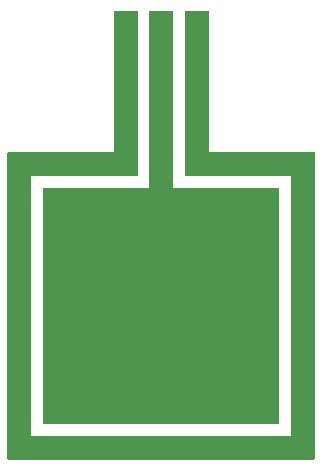
<source format=gtl>
%TF.GenerationSoftware,KiCad,Pcbnew,8.0.4*%
%TF.CreationDate,2024-08-22T19:39:17+02:00*%
%TF.ProjectId,GoldElectrode,476f6c64-456c-4656-9374-726f64652e6b,rev?*%
%TF.SameCoordinates,Original*%
%TF.FileFunction,Copper,L1,Top*%
%TF.FilePolarity,Positive*%
%FSLAX46Y46*%
G04 Gerber Fmt 4.6, Leading zero omitted, Abs format (unit mm)*
G04 Created by KiCad (PCBNEW 8.0.4) date 2024-08-22 19:39:17*
%MOMM*%
%LPD*%
G01*
G04 APERTURE LIST*
%TA.AperFunction,SMDPad,CuDef*%
%ADD10R,2.000000X5.000000*%
%TD*%
%TA.AperFunction,SMDPad,CuDef*%
%ADD11R,20.000000X20.000000*%
%TD*%
%TA.AperFunction,SMDPad,CuDef*%
%ADD12R,2.000000X26.000000*%
%TD*%
%TA.AperFunction,SMDPad,CuDef*%
%ADD13R,11.000000X2.000000*%
%TD*%
%TA.AperFunction,SMDPad,CuDef*%
%ADD14R,26.000000X2.000000*%
%TD*%
%TA.AperFunction,Conductor*%
%ADD15C,2.000000*%
%TD*%
G04 APERTURE END LIST*
D10*
%TO.P,J4,1,Pin_1*%
%TO.N,/Pad*%
X109000000Y-53500000D03*
%TO.P,J4,2,Pin_2*%
%TO.N,/Fringe Shield*%
X106000000Y-53500000D03*
X112000000Y-53500000D03*
%TD*%
D11*
%TO.P,J3,1,Pin_1*%
%TO.N,/Pad*%
X109000000Y-76000000D03*
D12*
%TO.P,J3,2,Pin_2*%
%TO.N,/Fringe Shield*%
X97000000Y-76000000D03*
D13*
X101500000Y-64000000D03*
D14*
X109000000Y-88000000D03*
D13*
X116500000Y-64000000D03*
D12*
X121000000Y-76000000D03*
%TD*%
D15*
%TO.N,/Pad*%
X109000000Y-53000000D02*
X109000000Y-76000000D01*
%TO.N,/Fringe Shield*%
X106000000Y-53000000D02*
X106000000Y-64000000D01*
X112000000Y-53000000D02*
X112000000Y-64000000D01*
%TD*%
M02*

</source>
